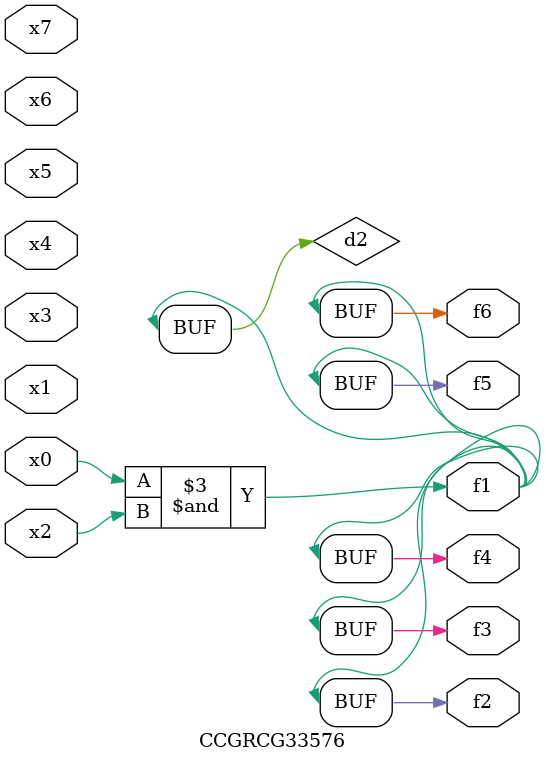
<source format=v>
module CCGRCG33576(
	input x0, x1, x2, x3, x4, x5, x6, x7,
	output f1, f2, f3, f4, f5, f6
);

	wire d1, d2;

	nor (d1, x3, x6);
	and (d2, x0, x2);
	assign f1 = d2;
	assign f2 = d2;
	assign f3 = d2;
	assign f4 = d2;
	assign f5 = d2;
	assign f6 = d2;
endmodule

</source>
